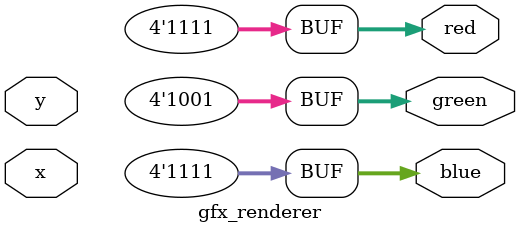
<source format=v>
`timescale 1ns / 1ps


module gfx_renderer(
    input [9:0] x,
    input [9:0] y,
    output [3:0] red,
    output [3:0] green,
    output [3:0] blue
);

    // TODO: Other stuff will set these for each pixel
    assign red = 4'hF;
    assign green = 4'h9;
    assign blue = 4'hF;
    
endmodule

</source>
